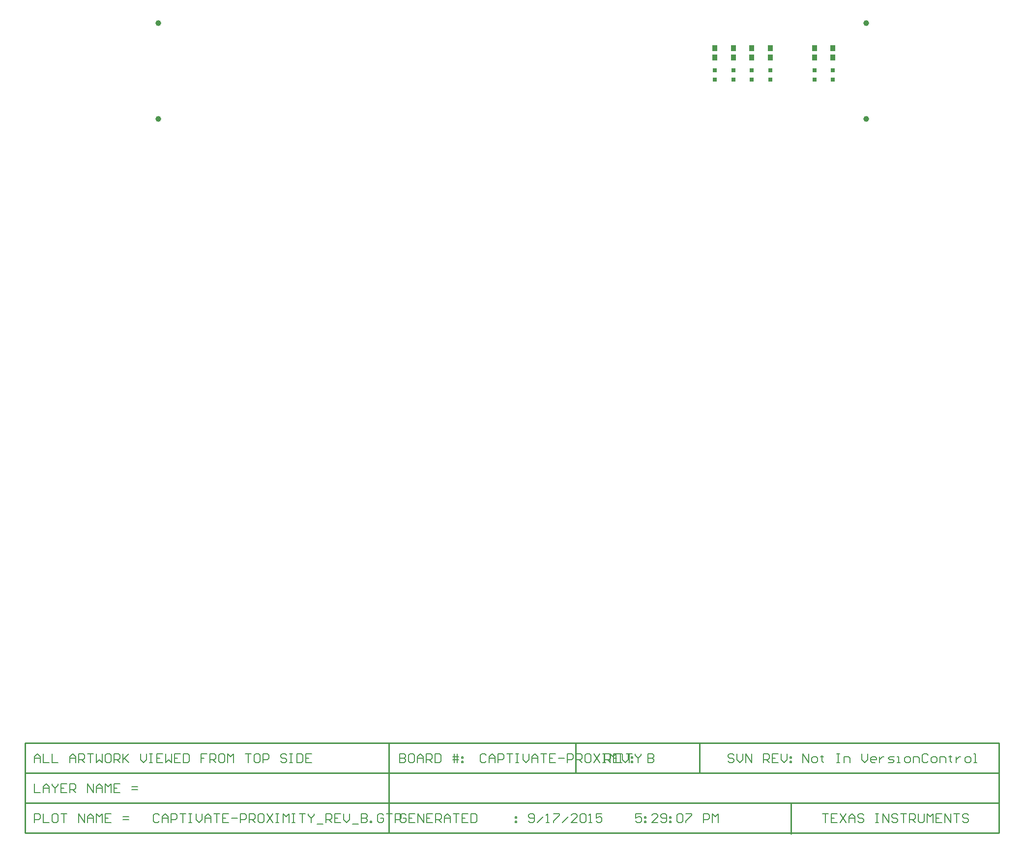
<source format=gtp>
%FSAX25Y25*%
%MOIN*%
G70*
G01*
G75*
G04 Layer_Color=9021481*
%ADD10R,0.03150X0.03150*%
%ADD11C,0.03937*%
%ADD12R,0.03740X0.03937*%
%ADD13C,0.02400*%
%ADD14C,0.01200*%
%ADD15C,0.01600*%
%ADD16C,0.01000*%
%ADD17C,0.00800*%
%ADD18C,0.06496*%
%ADD19C,0.18110*%
%ADD20R,0.06496X0.06496*%
%ADD21C,0.05000*%
%ADD22C,0.00600*%
%ADD23C,0.00787*%
%ADD24C,0.00700*%
%ADD25R,0.06299X0.01969*%
G54D10*
X0507700Y0551250D02*
D03*
Y0557550D02*
D03*
X0520200Y0551250D02*
D03*
Y0557550D02*
D03*
X0532700Y0551250D02*
D03*
Y0557549D02*
D03*
X0545200Y0551250D02*
D03*
Y0557550D02*
D03*
X0587700Y0557549D02*
D03*
Y0551250D02*
D03*
X0575200Y0557550D02*
D03*
Y0551250D02*
D03*
G54D11*
X0130200Y0589400D02*
D03*
X0610200Y0524400D02*
D03*
Y0589400D02*
D03*
X0130200Y0524400D02*
D03*
G54D12*
X0507700Y0572550D02*
D03*
Y0566250D02*
D03*
X0520200Y0572550D02*
D03*
Y0566250D02*
D03*
X0532700Y0572550D02*
D03*
Y0566250D02*
D03*
X0545200Y0572550D02*
D03*
Y0566250D02*
D03*
X0587700Y0572549D02*
D03*
Y0566250D02*
D03*
X0575200Y0572550D02*
D03*
Y0566250D02*
D03*
G54D16*
X0497200Y0080717D02*
Y0101050D01*
X0413200Y0080717D02*
Y0101050D01*
X0040000Y0080717D02*
X0700200D01*
X0040000Y0060383D02*
X0700000D01*
X0040000Y0040050D02*
X0440500D01*
X0040050Y0101050D02*
X0700200D01*
X0040050Y0040050D02*
Y0101050D01*
Y0040050D02*
X0197600D01*
X0040000D02*
Y0101050D01*
X0286500Y0040050D02*
Y0101050D01*
X0700200Y0040050D02*
Y0101050D01*
X0440500Y0040050D02*
X0700200D01*
X0559400Y0039400D02*
Y0059683D01*
G54D17*
X0567400Y0087833D02*
Y0093831D01*
X0571399Y0087833D01*
Y0093831D01*
X0574398Y0087833D02*
X0576397D01*
X0577397Y0088833D01*
Y0090832D01*
X0576397Y0091832D01*
X0574398D01*
X0573398Y0090832D01*
Y0088833D01*
X0574398Y0087833D01*
X0580396Y0092832D02*
Y0091832D01*
X0579396D01*
X0581395D01*
X0580396D01*
Y0088833D01*
X0581395Y0087833D01*
X0590393Y0093831D02*
X0592392D01*
X0591392D01*
Y0087833D01*
X0590393D01*
X0592392D01*
X0595391D02*
Y0091832D01*
X0598390D01*
X0599390Y0090832D01*
Y0087833D01*
X0607387Y0093831D02*
Y0089833D01*
X0609386Y0087833D01*
X0611386Y0089833D01*
Y0093831D01*
X0616384Y0087833D02*
X0614385D01*
X0613385Y0088833D01*
Y0090832D01*
X0614385Y0091832D01*
X0616384D01*
X0617384Y0090832D01*
Y0089833D01*
X0613385D01*
X0619383Y0091832D02*
Y0087833D01*
Y0089833D01*
X0620383Y0090832D01*
X0621383Y0091832D01*
X0622382D01*
X0625381Y0087833D02*
X0628380D01*
X0629380Y0088833D01*
X0628380Y0089833D01*
X0626381D01*
X0625381Y0090832D01*
X0626381Y0091832D01*
X0629380D01*
X0631379Y0087833D02*
X0633379D01*
X0632379D01*
Y0091832D01*
X0631379D01*
X0637377Y0087833D02*
X0639377D01*
X0640376Y0088833D01*
Y0090832D01*
X0639377Y0091832D01*
X0637377D01*
X0636378Y0090832D01*
Y0088833D01*
X0637377Y0087833D01*
X0642376D02*
Y0091832D01*
X0645375D01*
X0646374Y0090832D01*
Y0087833D01*
X0652373Y0092832D02*
X0651373Y0093831D01*
X0649373D01*
X0648374Y0092832D01*
Y0088833D01*
X0649373Y0087833D01*
X0651373D01*
X0652373Y0088833D01*
X0655372Y0087833D02*
X0657371D01*
X0658371Y0088833D01*
Y0090832D01*
X0657371Y0091832D01*
X0655372D01*
X0654372Y0090832D01*
Y0088833D01*
X0655372Y0087833D01*
X0660370D02*
Y0091832D01*
X0663369D01*
X0664369Y0090832D01*
Y0087833D01*
X0667368Y0092832D02*
Y0091832D01*
X0666368D01*
X0668367D01*
X0667368D01*
Y0088833D01*
X0668367Y0087833D01*
X0671366Y0091832D02*
Y0087833D01*
Y0089833D01*
X0672366Y0090832D01*
X0673366Y0091832D01*
X0674365D01*
X0678364Y0087833D02*
X0680364D01*
X0681363Y0088833D01*
Y0090832D01*
X0680364Y0091832D01*
X0678364D01*
X0677364Y0090832D01*
Y0088833D01*
X0678364Y0087833D01*
X0683362D02*
X0685362D01*
X0684362D01*
Y0093831D01*
X0683362D01*
X0520799Y0092832D02*
X0519799Y0093831D01*
X0517800D01*
X0516800Y0092832D01*
Y0091832D01*
X0517800Y0090832D01*
X0519799D01*
X0520799Y0089833D01*
Y0088833D01*
X0519799Y0087833D01*
X0517800D01*
X0516800Y0088833D01*
X0522798Y0093831D02*
Y0089833D01*
X0524797Y0087833D01*
X0526797Y0089833D01*
Y0093831D01*
X0528796Y0087833D02*
Y0093831D01*
X0532795Y0087833D01*
Y0093831D01*
X0540792Y0087833D02*
Y0093831D01*
X0543791D01*
X0544791Y0092832D01*
Y0090832D01*
X0543791Y0089833D01*
X0540792D01*
X0542792D02*
X0544791Y0087833D01*
X0550789Y0093831D02*
X0546790D01*
Y0087833D01*
X0550789D01*
X0546790Y0090832D02*
X0548790D01*
X0552788Y0093831D02*
Y0089833D01*
X0554788Y0087833D01*
X0556787Y0089833D01*
Y0093831D01*
X0558786Y0091832D02*
X0559786D01*
Y0090832D01*
X0558786D01*
Y0091832D01*
Y0088833D02*
X0559786D01*
Y0087833D01*
X0558786D01*
Y0088833D01*
X0433000Y0087833D02*
Y0093831D01*
X0435999D01*
X0436999Y0092832D01*
Y0090832D01*
X0435999Y0089833D01*
X0433000D01*
X0434999D02*
X0436999Y0087833D01*
X0442997Y0093831D02*
X0438998D01*
Y0087833D01*
X0442997D01*
X0438998Y0090832D02*
X0440997D01*
X0444996Y0093831D02*
Y0089833D01*
X0446995Y0087833D01*
X0448995Y0089833D01*
Y0093831D01*
X0450994Y0091832D02*
X0451994D01*
Y0090832D01*
X0450994D01*
Y0091832D01*
Y0088833D02*
X0451994D01*
Y0087833D01*
X0450994D01*
Y0088833D01*
X0130899Y0051965D02*
X0129899Y0052965D01*
X0127900D01*
X0126900Y0051965D01*
Y0047966D01*
X0127900Y0046966D01*
X0129899D01*
X0130899Y0047966D01*
X0132898Y0046966D02*
Y0050965D01*
X0134897Y0052965D01*
X0136897Y0050965D01*
Y0046966D01*
Y0049966D01*
X0132898D01*
X0138896Y0046966D02*
Y0052965D01*
X0141895D01*
X0142895Y0051965D01*
Y0049966D01*
X0141895Y0048966D01*
X0138896D01*
X0144894Y0052965D02*
X0148893D01*
X0146894D01*
Y0046966D01*
X0150892Y0052965D02*
X0152892D01*
X0151892D01*
Y0046966D01*
X0150892D01*
X0152892D01*
X0155891Y0052965D02*
Y0048966D01*
X0157890Y0046966D01*
X0159889Y0048966D01*
Y0052965D01*
X0161889Y0046966D02*
Y0050965D01*
X0163888Y0052965D01*
X0165887Y0050965D01*
Y0046966D01*
Y0049966D01*
X0161889D01*
X0167887Y0052965D02*
X0171885D01*
X0169886D01*
Y0046966D01*
X0177884Y0052965D02*
X0173885D01*
Y0046966D01*
X0177884D01*
X0173885Y0049966D02*
X0175884D01*
X0179883D02*
X0183882D01*
X0185881Y0046966D02*
Y0052965D01*
X0188880D01*
X0189880Y0051965D01*
Y0049966D01*
X0188880Y0048966D01*
X0185881D01*
X0191879Y0046966D02*
Y0052965D01*
X0194878D01*
X0195878Y0051965D01*
Y0049966D01*
X0194878Y0048966D01*
X0191879D01*
X0193878D02*
X0195878Y0046966D01*
X0200876Y0052965D02*
X0198877D01*
X0197877Y0051965D01*
Y0047966D01*
X0198877Y0046966D01*
X0200876D01*
X0201876Y0047966D01*
Y0051965D01*
X0200876Y0052965D01*
X0203875D02*
X0207874Y0046966D01*
Y0052965D02*
X0203875Y0046966D01*
X0209873Y0052965D02*
X0211873D01*
X0210873D01*
Y0046966D01*
X0209873D01*
X0211873D01*
X0214872D02*
Y0052965D01*
X0216871Y0050965D01*
X0218870Y0052965D01*
Y0046966D01*
X0220870Y0052965D02*
X0222869D01*
X0221869D01*
Y0046966D01*
X0220870D01*
X0222869D01*
X0225868Y0052965D02*
X0229867D01*
X0227867D01*
Y0046966D01*
X0231866Y0052965D02*
Y0051965D01*
X0233865Y0049966D01*
X0235865Y0051965D01*
Y0052965D01*
X0233865Y0049966D02*
Y0046966D01*
X0237864Y0045967D02*
X0241863D01*
X0243862Y0046966D02*
Y0052965D01*
X0246861D01*
X0247861Y0051965D01*
Y0049966D01*
X0246861Y0048966D01*
X0243862D01*
X0245862D02*
X0247861Y0046966D01*
X0253859Y0052965D02*
X0249860D01*
Y0046966D01*
X0253859D01*
X0249860Y0049966D02*
X0251860D01*
X0255858Y0052965D02*
Y0048966D01*
X0257858Y0046966D01*
X0259857Y0048966D01*
Y0052965D01*
X0261856Y0045967D02*
X0265855D01*
X0267854Y0052965D02*
Y0046966D01*
X0270853D01*
X0271853Y0047966D01*
Y0048966D01*
X0270853Y0049966D01*
X0267854D01*
X0270853D01*
X0271853Y0050965D01*
Y0051965D01*
X0270853Y0052965D01*
X0267854D01*
X0273852Y0046966D02*
Y0047966D01*
X0274852D01*
Y0046966D01*
X0273852D01*
X0282850Y0051965D02*
X0281850Y0052965D01*
X0279851D01*
X0278851Y0051965D01*
Y0047966D01*
X0279851Y0046966D01*
X0281850D01*
X0282850Y0047966D01*
Y0049966D01*
X0280850D01*
X0284849Y0052965D02*
X0288848D01*
X0286848D01*
Y0046966D01*
X0290847D02*
Y0052965D01*
X0293846D01*
X0294846Y0051965D01*
Y0049966D01*
X0293846Y0048966D01*
X0290847D01*
X0381150Y0047966D02*
X0382150Y0046966D01*
X0384149D01*
X0385149Y0047966D01*
Y0051965D01*
X0384149Y0052965D01*
X0382150D01*
X0381150Y0051965D01*
Y0050965D01*
X0382150Y0049966D01*
X0385149D01*
X0387148Y0046966D02*
X0391147Y0050965D01*
X0393146Y0046966D02*
X0395146D01*
X0394146D01*
Y0052965D01*
X0393146Y0051965D01*
X0398145Y0052965D02*
X0402143D01*
Y0051965D01*
X0398145Y0047966D01*
Y0046966D01*
X0404143D02*
X0408141Y0050965D01*
X0414139Y0046966D02*
X0410141D01*
X0414139Y0050965D01*
Y0051965D01*
X0413140Y0052965D01*
X0411140D01*
X0410141Y0051965D01*
X0416139D02*
X0417138Y0052965D01*
X0419138D01*
X0420137Y0051965D01*
Y0047966D01*
X0419138Y0046966D01*
X0417138D01*
X0416139Y0047966D01*
Y0051965D01*
X0422137Y0046966D02*
X0424136D01*
X0423136D01*
Y0052965D01*
X0422137Y0051965D01*
X0431134Y0052965D02*
X0427135D01*
Y0049966D01*
X0429135Y0050965D01*
X0430134D01*
X0431134Y0049966D01*
Y0047966D01*
X0430134Y0046966D01*
X0428135D01*
X0427135Y0047966D01*
X0298199Y0051965D02*
X0297199Y0052965D01*
X0295200D01*
X0294200Y0051965D01*
Y0047966D01*
X0295200Y0046966D01*
X0297199D01*
X0298199Y0047966D01*
Y0049966D01*
X0296199D01*
X0304197Y0052965D02*
X0300198D01*
Y0046966D01*
X0304197D01*
X0300198Y0049966D02*
X0302197D01*
X0306196Y0046966D02*
Y0052965D01*
X0310195Y0046966D01*
Y0052965D01*
X0316193D02*
X0312194D01*
Y0046966D01*
X0316193D01*
X0312194Y0049966D02*
X0314194D01*
X0318192Y0046966D02*
Y0052965D01*
X0321191D01*
X0322191Y0051965D01*
Y0049966D01*
X0321191Y0048966D01*
X0318192D01*
X0320192D02*
X0322191Y0046966D01*
X0324190D02*
Y0050965D01*
X0326190Y0052965D01*
X0328189Y0050965D01*
Y0046966D01*
Y0049966D01*
X0324190D01*
X0330188Y0052965D02*
X0334187D01*
X0332188D01*
Y0046966D01*
X0340185Y0052965D02*
X0336186D01*
Y0046966D01*
X0340185D01*
X0336186Y0049966D02*
X0338186D01*
X0342184Y0052965D02*
Y0046966D01*
X0345183D01*
X0346183Y0047966D01*
Y0051965D01*
X0345183Y0052965D01*
X0342184D01*
X0372175Y0050965D02*
X0373175D01*
Y0049966D01*
X0372175D01*
Y0050965D01*
Y0047966D02*
X0373175D01*
Y0046966D01*
X0372175D01*
Y0047966D01*
X0046350Y0087833D02*
Y0091832D01*
X0048349Y0093831D01*
X0050349Y0091832D01*
Y0087833D01*
Y0090832D01*
X0046350D01*
X0052348Y0093831D02*
Y0087833D01*
X0056347D01*
X0058346Y0093831D02*
Y0087833D01*
X0062345D01*
X0070342D02*
Y0091832D01*
X0072342Y0093831D01*
X0074341Y0091832D01*
Y0087833D01*
Y0090832D01*
X0070342D01*
X0076340Y0087833D02*
Y0093831D01*
X0079339D01*
X0080339Y0092832D01*
Y0090832D01*
X0079339Y0089833D01*
X0076340D01*
X0078340D02*
X0080339Y0087833D01*
X0082338Y0093831D02*
X0086337D01*
X0084338D01*
Y0087833D01*
X0088336Y0093831D02*
Y0087833D01*
X0090336Y0089833D01*
X0092335Y0087833D01*
Y0093831D01*
X0097334D02*
X0095334D01*
X0094335Y0092832D01*
Y0088833D01*
X0095334Y0087833D01*
X0097334D01*
X0098333Y0088833D01*
Y0092832D01*
X0097334Y0093831D01*
X0100332Y0087833D02*
Y0093831D01*
X0103332D01*
X0104331Y0092832D01*
Y0090832D01*
X0103332Y0089833D01*
X0100332D01*
X0102332D02*
X0104331Y0087833D01*
X0106331Y0093831D02*
Y0087833D01*
Y0089833D01*
X0110329Y0093831D01*
X0107330Y0090832D01*
X0110329Y0087833D01*
X0118327Y0093831D02*
Y0089833D01*
X0120326Y0087833D01*
X0122325Y0089833D01*
Y0093831D01*
X0124325D02*
X0126324D01*
X0125324D01*
Y0087833D01*
X0124325D01*
X0126324D01*
X0133322Y0093831D02*
X0129323D01*
Y0087833D01*
X0133322D01*
X0129323Y0090832D02*
X0131323D01*
X0135321Y0093831D02*
Y0087833D01*
X0137321Y0089833D01*
X0139320Y0087833D01*
Y0093831D01*
X0145318D02*
X0141319D01*
Y0087833D01*
X0145318D01*
X0141319Y0090832D02*
X0143319D01*
X0147317Y0093831D02*
Y0087833D01*
X0150316D01*
X0151316Y0088833D01*
Y0092832D01*
X0150316Y0093831D01*
X0147317D01*
X0163312D02*
X0159313D01*
Y0090832D01*
X0161313D01*
X0159313D01*
Y0087833D01*
X0165312D02*
Y0093831D01*
X0168310D01*
X0169310Y0092832D01*
Y0090832D01*
X0168310Y0089833D01*
X0165312D01*
X0167311D02*
X0169310Y0087833D01*
X0174309Y0093831D02*
X0172309D01*
X0171310Y0092832D01*
Y0088833D01*
X0172309Y0087833D01*
X0174309D01*
X0175308Y0088833D01*
Y0092832D01*
X0174309Y0093831D01*
X0177308Y0087833D02*
Y0093831D01*
X0179307Y0091832D01*
X0181306Y0093831D01*
Y0087833D01*
X0189304Y0093831D02*
X0193303D01*
X0191303D01*
Y0087833D01*
X0198301Y0093831D02*
X0196301D01*
X0195302Y0092832D01*
Y0088833D01*
X0196301Y0087833D01*
X0198301D01*
X0199301Y0088833D01*
Y0092832D01*
X0198301Y0093831D01*
X0201300Y0087833D02*
Y0093831D01*
X0204299D01*
X0205299Y0092832D01*
Y0090832D01*
X0204299Y0089833D01*
X0201300D01*
X0217295Y0092832D02*
X0216295Y0093831D01*
X0214296D01*
X0213296Y0092832D01*
Y0091832D01*
X0214296Y0090832D01*
X0216295D01*
X0217295Y0089833D01*
Y0088833D01*
X0216295Y0087833D01*
X0214296D01*
X0213296Y0088833D01*
X0219294Y0093831D02*
X0221293D01*
X0220294D01*
Y0087833D01*
X0219294D01*
X0221293D01*
X0224292Y0093831D02*
Y0087833D01*
X0227291D01*
X0228291Y0088833D01*
Y0092832D01*
X0227291Y0093831D01*
X0224292D01*
X0234289D02*
X0230291D01*
Y0087833D01*
X0234289D01*
X0230291Y0090832D02*
X0232290D01*
X0462150Y0093831D02*
Y0087833D01*
X0465149D01*
X0466149Y0088833D01*
Y0089833D01*
X0465149Y0090832D01*
X0462150D01*
X0465149D01*
X0466149Y0091832D01*
Y0092832D01*
X0465149Y0093831D01*
X0462150D01*
X0352549Y0092832D02*
X0351549Y0093831D01*
X0349550D01*
X0348550Y0092832D01*
Y0088833D01*
X0349550Y0087833D01*
X0351549D01*
X0352549Y0088833D01*
X0354548Y0087833D02*
Y0091832D01*
X0356547Y0093831D01*
X0358547Y0091832D01*
Y0087833D01*
Y0090832D01*
X0354548D01*
X0360546Y0087833D02*
Y0093831D01*
X0363545D01*
X0364545Y0092832D01*
Y0090832D01*
X0363545Y0089833D01*
X0360546D01*
X0366544Y0093831D02*
X0370543D01*
X0368544D01*
Y0087833D01*
X0372542Y0093831D02*
X0374542D01*
X0373542D01*
Y0087833D01*
X0372542D01*
X0374542D01*
X0377541Y0093831D02*
Y0089833D01*
X0379540Y0087833D01*
X0381539Y0089833D01*
Y0093831D01*
X0383539Y0087833D02*
Y0091832D01*
X0385538Y0093831D01*
X0387537Y0091832D01*
Y0087833D01*
Y0090832D01*
X0383539D01*
X0389537Y0093831D02*
X0393535D01*
X0391536D01*
Y0087833D01*
X0399534Y0093831D02*
X0395535D01*
Y0087833D01*
X0399534D01*
X0395535Y0090832D02*
X0397534D01*
X0401533D02*
X0405532D01*
X0407531Y0087833D02*
Y0093831D01*
X0410530D01*
X0411530Y0092832D01*
Y0090832D01*
X0410530Y0089833D01*
X0407531D01*
X0413529Y0087833D02*
Y0093831D01*
X0416528D01*
X0417528Y0092832D01*
Y0090832D01*
X0416528Y0089833D01*
X0413529D01*
X0415528D02*
X0417528Y0087833D01*
X0422526Y0093831D02*
X0420527D01*
X0419527Y0092832D01*
Y0088833D01*
X0420527Y0087833D01*
X0422526D01*
X0423526Y0088833D01*
Y0092832D01*
X0422526Y0093831D01*
X0425525D02*
X0429524Y0087833D01*
Y0093831D02*
X0425525Y0087833D01*
X0431523Y0093831D02*
X0433523D01*
X0432523D01*
Y0087833D01*
X0431523D01*
X0433523D01*
X0436521D02*
Y0093831D01*
X0438521Y0091832D01*
X0440520Y0093831D01*
Y0087833D01*
X0442520Y0093831D02*
X0444519D01*
X0443519D01*
Y0087833D01*
X0442520D01*
X0444519D01*
X0447518Y0093831D02*
X0451517D01*
X0449517D01*
Y0087833D01*
X0453516Y0093831D02*
Y0092832D01*
X0455515Y0090832D01*
X0457515Y0092832D01*
Y0093831D01*
X0455515Y0090832D02*
Y0087833D01*
X0294000Y0093831D02*
Y0087833D01*
X0296999D01*
X0297999Y0088833D01*
Y0089833D01*
X0296999Y0090832D01*
X0294000D01*
X0296999D01*
X0297999Y0091832D01*
Y0092832D01*
X0296999Y0093831D01*
X0294000D01*
X0302997D02*
X0300998D01*
X0299998Y0092832D01*
Y0088833D01*
X0300998Y0087833D01*
X0302997D01*
X0303997Y0088833D01*
Y0092832D01*
X0302997Y0093831D01*
X0305996Y0087833D02*
Y0091832D01*
X0307996Y0093831D01*
X0309995Y0091832D01*
Y0087833D01*
Y0090832D01*
X0305996D01*
X0311994Y0087833D02*
Y0093831D01*
X0314993D01*
X0315993Y0092832D01*
Y0090832D01*
X0314993Y0089833D01*
X0311994D01*
X0313994D02*
X0315993Y0087833D01*
X0317992Y0093831D02*
Y0087833D01*
X0320991D01*
X0321991Y0088833D01*
Y0092832D01*
X0320991Y0093831D01*
X0317992D01*
X0330988Y0087833D02*
Y0093831D01*
X0332987D02*
Y0087833D01*
X0329988Y0091832D02*
X0332987D01*
X0333987D01*
X0329988Y0089833D02*
X0333987D01*
X0335986Y0091832D02*
X0336986D01*
Y0090832D01*
X0335986D01*
Y0091832D01*
Y0088833D02*
X0336986D01*
Y0087833D01*
X0335986D01*
Y0088833D01*
X0046350Y0073549D02*
Y0067551D01*
X0050349D01*
X0052348D02*
Y0071549D01*
X0054347Y0073549D01*
X0056347Y0071549D01*
Y0067551D01*
Y0070550D01*
X0052348D01*
X0058346Y0073549D02*
Y0072549D01*
X0060346Y0070550D01*
X0062345Y0072549D01*
Y0073549D01*
X0060346Y0070550D02*
Y0067551D01*
X0068343Y0073549D02*
X0064344D01*
Y0067551D01*
X0068343D01*
X0064344Y0070550D02*
X0066343D01*
X0070342Y0067551D02*
Y0073549D01*
X0073341D01*
X0074341Y0072549D01*
Y0070550D01*
X0073341Y0069550D01*
X0070342D01*
X0072342D02*
X0074341Y0067551D01*
X0082338D02*
Y0073549D01*
X0086337Y0067551D01*
Y0073549D01*
X0088336Y0067551D02*
Y0071549D01*
X0090336Y0073549D01*
X0092335Y0071549D01*
Y0067551D01*
Y0070550D01*
X0088336D01*
X0094335Y0067551D02*
Y0073549D01*
X0096334Y0071549D01*
X0098333Y0073549D01*
Y0067551D01*
X0104331Y0073549D02*
X0100332D01*
Y0067551D01*
X0104331D01*
X0100332Y0070550D02*
X0102332D01*
X0112329Y0069550D02*
X0116327D01*
X0112329Y0071549D02*
X0116327D01*
X0046350Y0046966D02*
Y0052965D01*
X0049349D01*
X0050349Y0051965D01*
Y0049966D01*
X0049349Y0048966D01*
X0046350D01*
X0052348Y0052965D02*
Y0046966D01*
X0056347D01*
X0061345Y0052965D02*
X0059346D01*
X0058346Y0051965D01*
Y0047966D01*
X0059346Y0046966D01*
X0061345D01*
X0062345Y0047966D01*
Y0051965D01*
X0061345Y0052965D01*
X0064344D02*
X0068343D01*
X0066343D01*
Y0046966D01*
X0076340D02*
Y0052965D01*
X0080339Y0046966D01*
Y0052965D01*
X0082338Y0046966D02*
Y0050965D01*
X0084338Y0052965D01*
X0086337Y0050965D01*
Y0046966D01*
Y0049966D01*
X0082338D01*
X0088336Y0046966D02*
Y0052965D01*
X0090336Y0050965D01*
X0092335Y0052965D01*
Y0046966D01*
X0098333Y0052965D02*
X0094335D01*
Y0046966D01*
X0098333D01*
X0094335Y0049966D02*
X0096334D01*
X0106331Y0048966D02*
X0110329D01*
X0106331Y0050965D02*
X0110329D01*
X0458049Y0052965D02*
X0454050D01*
Y0049966D01*
X0456049Y0050965D01*
X0457049D01*
X0458049Y0049966D01*
Y0047966D01*
X0457049Y0046966D01*
X0455050D01*
X0454050Y0047966D01*
X0460048Y0050965D02*
X0461048D01*
Y0049966D01*
X0460048D01*
Y0050965D01*
Y0047966D02*
X0461048D01*
Y0046966D01*
X0460048D01*
Y0047966D01*
X0469045Y0046966D02*
X0465046D01*
X0469045Y0050965D01*
Y0051965D01*
X0468046Y0052965D01*
X0466046D01*
X0465046Y0051965D01*
X0471044Y0047966D02*
X0472044Y0046966D01*
X0474044D01*
X0475043Y0047966D01*
Y0051965D01*
X0474044Y0052965D01*
X0472044D01*
X0471044Y0051965D01*
Y0050965D01*
X0472044Y0049966D01*
X0475043D01*
X0477043Y0050965D02*
X0478042D01*
Y0049966D01*
X0477043D01*
Y0050965D01*
Y0047966D02*
X0478042D01*
Y0046966D01*
X0477043D01*
Y0047966D01*
X0482041Y0051965D02*
X0483041Y0052965D01*
X0485040D01*
X0486040Y0051965D01*
Y0047966D01*
X0485040Y0046966D01*
X0483041D01*
X0482041Y0047966D01*
Y0051965D01*
X0488039Y0052965D02*
X0492038D01*
Y0051965D01*
X0488039Y0047966D01*
Y0046966D01*
X0500035D02*
Y0052965D01*
X0503034D01*
X0504034Y0051965D01*
Y0049966D01*
X0503034Y0048966D01*
X0500035D01*
X0506033Y0046966D02*
Y0052965D01*
X0508033Y0050965D01*
X0510032Y0052965D01*
Y0046966D01*
X0580500Y0052965D02*
X0584499D01*
X0582499D01*
Y0046966D01*
X0590497Y0052965D02*
X0586498D01*
Y0046966D01*
X0590497D01*
X0586498Y0049966D02*
X0588497D01*
X0592496Y0052965D02*
X0596495Y0046966D01*
Y0052965D02*
X0592496Y0046966D01*
X0598494D02*
Y0050965D01*
X0600493Y0052965D01*
X0602493Y0050965D01*
Y0046966D01*
Y0049966D01*
X0598494D01*
X0608491Y0051965D02*
X0607491Y0052965D01*
X0605492D01*
X0604492Y0051965D01*
Y0050965D01*
X0605492Y0049966D01*
X0607491D01*
X0608491Y0048966D01*
Y0047966D01*
X0607491Y0046966D01*
X0605492D01*
X0604492Y0047966D01*
X0616488Y0052965D02*
X0618488D01*
X0617488D01*
Y0046966D01*
X0616488D01*
X0618488D01*
X0621487D02*
Y0052965D01*
X0625486Y0046966D01*
Y0052965D01*
X0631484Y0051965D02*
X0630484Y0052965D01*
X0628484D01*
X0627485Y0051965D01*
Y0050965D01*
X0628484Y0049966D01*
X0630484D01*
X0631484Y0048966D01*
Y0047966D01*
X0630484Y0046966D01*
X0628484D01*
X0627485Y0047966D01*
X0633483Y0052965D02*
X0637482D01*
X0635482D01*
Y0046966D01*
X0639481D02*
Y0052965D01*
X0642480D01*
X0643480Y0051965D01*
Y0049966D01*
X0642480Y0048966D01*
X0639481D01*
X0641480D02*
X0643480Y0046966D01*
X0645479Y0052965D02*
Y0047966D01*
X0646479Y0046966D01*
X0648478D01*
X0649478Y0047966D01*
Y0052965D01*
X0651477Y0046966D02*
Y0052965D01*
X0653476Y0050965D01*
X0655476Y0052965D01*
Y0046966D01*
X0661474Y0052965D02*
X0657475D01*
Y0046966D01*
X0661474D01*
X0657475Y0049966D02*
X0659474D01*
X0663473Y0046966D02*
Y0052965D01*
X0667472Y0046966D01*
Y0052965D01*
X0669471D02*
X0673470D01*
X0671471D01*
Y0046966D01*
X0679468Y0051965D02*
X0678468Y0052965D01*
X0676469D01*
X0675469Y0051965D01*
Y0050965D01*
X0676469Y0049966D01*
X0678468D01*
X0679468Y0048966D01*
Y0047966D01*
X0678468Y0046966D01*
X0676469D01*
X0675469Y0047966D01*
M02*

</source>
